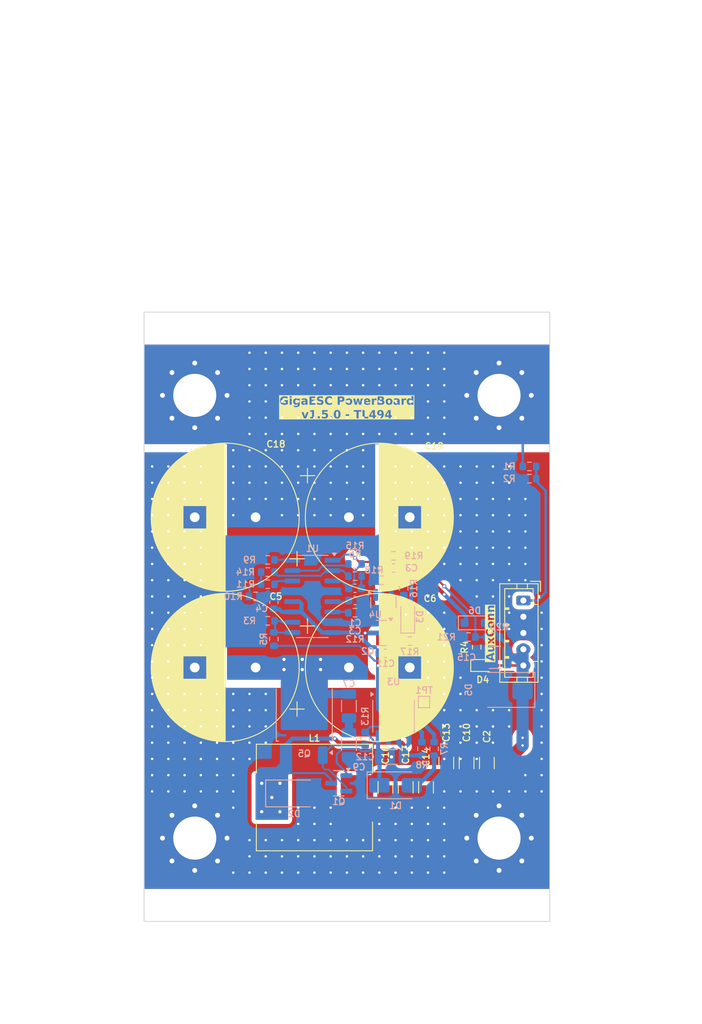
<source format=kicad_pcb>
(kicad_pcb (version 20240108) (generator "pcbnew") (generator_version "8.0")
  (layers (0 "F.Cu" signal) (31 "B.Cu" signal) (34 "B.Paste" user) (35 "F.Paste" user) (36 "B.SilkS" user "B.Silkscreen") (37 "F.SilkS" user "F.Silkscreen") (38 "B.Mask" user) (39 "F.Mask" user) (44 "Edge.Cuts" user))
  (net 0 "")
  (net 1 "+BATT")
  (net 2 "-BATT")
  (net 3 "+12V")
  (net 4 "Net-(C7-Pad2)")
  (net 5 "IN_V")
  (net 6 "Net-(U1-E1)")
  (net 7 "Net-(U1-1IN-)")
  (net 8 "Net-(U3-IN)")
  (net 9 "Net-(U1-CT)")
  (net 10 "BOOTSTRAP")
  (net 11 "Net-(D1-K)")
  (net 12 "Net-(D1-A)")
  (net 13 "Net-(D2-K)")
  (net 14 "Net-(U1-FB)")
  (net 15 "Net-(Q2-G)")
  (net 16 "Net-(Q2-S)")
  (net 17 "Net-(D4-K)")
  (net 18 "Net-(Q1-E)")
  (net 19 "Net-(U1-2IN+)")
  (net 20 "Net-(U1-RT)")
  (net 21 "Net-(Q1-B)")
  (net 22 "Net-(R10-Pad1)")
  (net 23 "Net-(U1-REF)")
  (net 24 "Net-(U1-2IN-)")
  (net 25 "VFB")
  (net 26 "Net-(U3-FAULT)")
  (net 27 "Net-(D3-K)")
  (net 28 "Net-(U4-R)")
  (net 29 "Net-(C1-Pad1)")
  (footprint "MountingHole:MountingHole_5.3mm_M5_Pad_Via" (layer "F.Cu") (at 93.75 139.75)
    (property "Reference" "H3" (hide yes))
    (property "Value" "MountingHole_Pad")
  )
  (footprint "Capacitor_THT:CP_Radial_D18.0mm_P7.50mm" (layer "F.Cu") (at 63.75 118.75 180)
    (property "Reference" "C5")
    (property "Value" "330u 200V")
  )
  (footprint "Connector_JST:JST_PH_B5B-PH-K_1x05_P2.00mm_Vertical" (layer "F.Cu") (at 96.75 110.5 -90)
    (property "Reference" "J1" (hide yes))
    (property "Value" "AuxConn")
  )
  (footprint "Capacitor_THT:CP_Radial_D18.0mm_P7.50mm" (layer "F.Cu") (at 75.25 118.75)
    (property "Reference" "C6")
    (property "Value" "330u 200V")
  )
  (footprint "Inductor_SMD:L_Chilisin_BMRG00131360" (layer "F.Cu") (at 71 134.75)
    (property "Reference" "L1")
    (property "Value" "100uH")
  )
  (footprint "MountingHole:MountingHole_5.3mm_M5_Pad_Via" (layer "F.Cu") (at 56.25 85.25)
    (property "Reference" "H2" (hide yes))
    (property "Value" "MountingHole_Pad")
  )
  (footprint "Capacitor_SMD:C_1206_3216Metric" (layer "F.Cu") (at 84.75 133.5 -90)
    (property "Reference" "C14")
    (property "Value" "22u")
  )
  (footprint "Resistor_SMD:R_0603_1608Metric" (layer "F.Cu") (at 91 116.25 -90)
    (property "Reference" "R4")
    (property "Value" "82k")
  )
  (footprint "Capacitor_SMD:C_1206_3216Metric" (layer "F.Cu") (at 89.75 130.5 90)
    (property "Reference" "C10")
    (property "Value" "22u")
  )
  (footprint "Capacitor_SMD:C_1206_3216Metric" (layer "F.Cu") (at 92.25 130.5 90)
    (property "Reference" "C2")
    (property "Value" "22u")
  )
  (footprint "MountingHole:MountingHole_5.3mm_M5_Pad_Via" (layer "F.Cu") (at 93.75 85.25)
    (property "Reference" "H4" (hide yes))
    (property "Value" "MountingHole_Pad")
  )
  (footprint "Diode_SMD:D_0603_1608Metric" (layer "F.Cu") (at 91.75 118.5)
    (property "Reference" "D4")
    (property "Value" "RUN")
  )
  (footprint "Capacitor_SMD:C_1206_3216Metric" (layer "F.Cu") (at 82.25 133.5 -90)
    (property "Reference" "C17")
    (property "Value" "22u")
  )
  (footprint "Capacitor_SMD:C_1206_3216Metric" (layer "F.Cu") (at 79.75 133.5 -90)
    (property "Reference" "C16")
    (property "Value" "22u")
  )
  (footprint "Capacitor_THT:CP_Radial_D18.0mm_P7.50mm" (layer "F.Cu") (at 75.25 100.25)
    (property "Reference" "C19")
    (property "Value" "330u 200V")
  )
  (footprint "Capacitor_THT:CP_Radial_D18.0mm_P7.50mm" (layer "F.Cu") (at 63.75 100.25 180)
    (property "Reference" "C18")
    (property "Value" "330u 200V")
  )
  (footprint "Capacitor_SMD:C_1206_3216Metric" (layer "F.Cu") (at 87.25 130.5 90)
    (property "Reference" "C13")
    (property "Value" "22u")
  )
  (footprint "MountingHole:MountingHole_5.3mm_M5_Pad_Via" (layer "F.Cu") (at 56.25 139.75)
    (property "Reference" "H1" (hide yes))
    (property "Value" "MountingHole_Pad")
  )
  (footprint "Package_TO_SOT_SMD:SOT-23" (layer "B.Cu") (at 79.5 110.75 -90)
    (property "Reference" "U4")
    (property "Value" "TL431")
  )
  (footprint "Resistor_SMD:R_0603_1608Metric" (layer "B.Cu") (at 65.25 107 180)
    (property "Reference" "R14")
    (property "Value" "200k")
  )
  (footprint "Resistor_SMD:R_0603_1608Metric" (layer "B.Cu") (at 79.25 108)
    (property "Reference" "R18")
    (property "Value" "10k")
  )
  (footprint "Resistor_SMD:R_0603_1608Metric" (layer "B.Cu") (at 84.25 128.75 90)
    (property "Reference" "R8")
    (property "Value" "1k")
  )
  (footprint "Resistor_SMD:R_0603_1608Metric" (layer "B.Cu") (at 65.25 105.5)
    (property "Reference" "R9")
    (property "Value" "100")
  )
  (footprint "Resistor_SMD:R_0603_1608Metric" (layer "B.Cu") (at 93 115)
    (property "Reference" "R20")
    (property "Value" "10k")
  )
  (footprint "Capacitor_SMD:C_1206_3216Metric" (layer "B.Cu") (at 75.25 128.25 -90)
    (property "Reference" "C9")
    (property "Value" "2.2u 100V")
  )
  (footprint "TestPoint:TestPoint_Pad_1.0x1.0mm" (layer "B.Cu") (at 84.5 123 180)
    (property "Reference" "TP1")
    (property "Value" "TestPoint" (hide yes))
  )
  (footprint "Resistor_SMD:R_0603_1608Metric" (layer "B.Cu") (at 82.75 115.5 180)
    (property "Reference" "R17")
    (property "Value" "100")
  )
  (footprint "Resistor_SMD:R_0603_1608Metric" (layer "B.Cu") (at 76 106 180)
    (property "Reference" "R15")
    (property "Value" "10k")
  )
  (footprint "Capacitor_SMD:C_1206_3216Metric" (layer "B.Cu") (at 75.25 123.5 -90)
    (property "Reference" "C7")
    (property "Value" "2.2u 100V")
  )
  (footprint "Package_SO:SO-8_3.9x4.9mm_P1.27mm" (layer "B.Cu") (at 80.75 124.75 -90)
    (property "Reference" "U3")
    (property "Value" "IRS21271")
  )
  (footprint "Resistor_SMD:R_0603_1608Metric" (layer "B.Cu") (at 63.75 110)
    (property "Reference" "R10")
    (property "Value" "5.1k")
  )
  (footprint "Resistor_SMD:R_0603_1608Metric" (layer "B.Cu") (at 76 107.5)
    (property "Reference" "R6")
    (property "Value" "2k")
  )
  (footprint "Diode_SMD:D_SOD-323_HandSoldering" (layer "B.Cu") (at 82.5 112.5 90)
    (property "Reference" "D3")
    (property "Value" "BZT52C5V1S")
  )
  (footprint "Resistor_SMD:R_0603_1608Metric" (layer "B.Cu") (at 65.25 108.5 180)
    (property "Reference" "R11")
    (property "Value" "5.1k")
  )
  (footprint "Diode_SMD:D_SOD-323_HandSoldering" (layer "B.Cu") (at 90.75 113.25)
    (property "Reference" "D6")
    (property "Value" "1N5819WS")
  )
  (footprint "Resistor_SMD:R_0603_1608Metric" (layer "B.Cu") (at 77.25 127.5 -90)
    (property "Reference" "R13")
    (property "Value" "22")
  )
  (footprint "Capacitor_SMD:C_0603_1608Metric" (layer "B.Cu") (at 76 110.5)
    (property "Reference" "C3")
    (property "Value" "1n")
  )
  (footprint "Resistor_SMD:R_0603_1608Metric" (layer "B.Cu") (at 97.5 94)
    (property "Reference" "R1")
    (property "Value" "150k")
  )
  (footprint "Resistor_SMD:R_0603_1608Metric" (layer "B.Cu") (at 97.5 95.5 180)
    (property "Reference" "R2")
    (property "Value" "2.7k")
  )
  (footprint "Resistor_SMD:R_0603_1608Metric" (layer "B.Cu") (at 76 112)
    (property "Reference" "R12")
    (property "Value" "5.1k")
  )
  (footprint "Capacitor_SMD:C_1210_3225Metric" (layer "B.Cu") (at 93.25 117.5 180)
    (property "Reference" "C15")
    (property "Value" "47u 16V")
  )
  (footprint "Resistor_SMD:R_0603_1608Metric" (layer "B.Cu") (at 66 115.25 90)
    (property "Reference" "R5")
    (property "Value" "100")
  )
  (footprint "Diode_SMD:D_SMA" (layer "B.Cu") (at 81 133.25)
    (property "Reference" "D1")
    (property "Value" "SS520F")
  )
  (footprint "Package_TO_SOT_SMD:SOT-23" (layer "B.Cu") (at 74 133 180)
    (property "Reference" "Q1")
    (property "Value" "S9012 2T1")
  )
  (footprint "Resistor_SMD:R_0603_1608Metric" (layer "B.Cu") (at 90 115)
    (property "Reference" "R21")
    (property "Value" "2.7k")
  )
  (footprint "Resistor_SMD:R_0603_1608Metric" (layer "B.Cu") (at 82 109 90)
    (property "Reference" "R16")
    (property "Value" "10k")
  )
  (footprint "Capacitor_SMD:C_0603_1608Metric" (layer "B.Cu") (at 66 110.75 90)
    (property "Reference" "C4")
    (property "Value" "100n")
  )
  (footprint "Package_TO_SOT_SMD:SOT-23" (layer "B.Cu") (at 79.25 114.5 180)
    (property "Reference" "Q2")
    (property "Value" "BSS126")
  )
  (footprint "Resistor_SMD:R_0603_1608Metric" (layer "B.Cu") (at 85.75 128.75 -90)
    (property "Reference" "R7")
    (property "Value" "22")
  )
  (footprint "Resistor_SMD:R_0603_1608Metric" (layer "B.Cu") (at 80.75 105)
    (property "Reference" "R19")
    (property "Value" "30k")
  )
  (footprint "Diode_SMD:D_SMB" (layer "B.Cu") (at 94.5 121.5 180)
    (property "Reference" "D5")
    (property "Value" "3SMB5928B")
  )
  (footprint "Package_TO_SOT_SMD:TO-252-2" (layer "B.Cu") (at 69.75 124.5 90)
    (property "Reference" "Q5")
    (property "Value" "IRFR13N20DTRPBF")
  )
  (footprint "Capacitor_SMD:C_1206_3216Metric" (layer "B.Cu") (at 80.5 129.75)
    (property "Reference" "C12")
    (property "Value" "220n")
  )
  (footprint "Package_SO:SOIC-16_3.9x9.9mm_P1.27mm" (layer "B.Cu") (at 70.75 110 180)
    (property "Reference" "U1")
    (property "Value" "TL494")
  )
  (footprint "Diode_SMD:D_SMA" (layer "B.Cu") (at 68.5 134.25)
    (property "Reference" "D2")
    (property "Value" "SS520F")
  )
  (footprint "Resistor_SMD:R_0603_1608Metric" (layer "B.Cu") (at 65.25 113 180)
    (property "Reference" "R3")
    (property "Value" "10k")
  )
  (footprint "Capacitor_SMD:C_0603_1608Metric" (layer "B.Cu") (at 76 109 180)
    (property "Reference" "C1")
    (property "Value" "100n")
  )
  (footprint "Capacitor_SMD:C_0603_1608Metric" (layer "B.Cu") (at 80.75 106.5 180)
    (property "Reference" "C8")
    (property "Value" "1n")
  )
  (footprint "Capacitor_SMD:C_0603_1608Metric" (layer "B.Cu") (at 79.75 117)
    (property "Reference" "C11")
    (property "Value" "1u")
  )
  (gr_rect (start 50 75) (end 100 150) (stroke (width 0.1)) (fill none) (layer "Edge.Cuts"))
  (gr_text "GigaESC PowerBoard\nv1.5.0 - TL494" (at 75 88.25 0) (layer "F.SilkS" knockout) (effects (font (size 1 1) (thickness 0.2) (bold yes)) (justify bottom)))
  (segment (start 91 88.5) (end 92.325 89.825) (width 0.3) (layer "F.Cu") (net 1))
  (via (at 83 80) (size 0.5) (drill 0.3) (layers "F.Cu" "B.Cu") (net 1))
  (via (at 77 84) (size 0.5) (drill 0.3) (layers "F.Cu" "B.Cu") (net 1))
  (via (at 67 100) (size 0.5) (drill 0.3) (layers "F.Cu" "B.Cu") (net 1))
  (via (at 85 88) (size 0.5) (drill 0.3) (layers "F.Cu" "B.Cu") (net 1))
  (via (at 73 84) (size 0.5) (drill 0.3) (layers "F.Cu" "B.Cu") (net 1))
  (via (at 69 94) (size 0.5) (drill 0.3) (layers "F.Cu" "B.Cu") (net 1))
  (via (at 69 98) (size 0.5) (drill 0.3) (layers "F.Cu" "B.Cu") (net 1))
  (via (at 67.25 119) (size 0.8) (drill 0.4) (layers "F.Cu" "B.Cu") (net 1))
  (via (at 73 92) (size 0.5) (drill 0.3) (layers "F.Cu" "B.Cu") (net 1))
  (via (at 67 90) (size 0.5) (drill 0.3) (layers "F.Cu" "B.Cu") (net 1))
  (via (at 65 88) (size 0.5) (drill 0.3) (layers "F.Cu" "B.Cu") (net 1))
  (via (at 73 94) (size 0.5) (drill 0.3) (layers "F.Cu" "B.Cu") (net 1))
  (via (at 87 86) (size 0.5) (drill 0.3) (layers "F.Cu" "B.Cu") (net 1))
  (via (at 69 82) (size 0.5) (drill 0.3) (layers "F.Cu" "B.Cu") (net 1))
  (via (at 71 84) (size 0.5) (drill 0.3) (layers "F.Cu" "B.Cu") (net 1))
  (via (at 73 98) (size 0.5) (drill 0.3) (layers "F.Cu" "B.Cu") (net 1))
  (via (at 81 84) (size 0.5) (drill 0.3) (layers "F.Cu" "B.Cu") (net 1))
  (via (at 85 84) (size 0.5) (drill 0.3) (layers "F.Cu" "B.Cu") (net 1))
  (via (at 83 88) (size 0.5) (drill 0.3) (layers "F.Cu" "B.Cu") (net 1))
  (via (at 77 92) (size 0.5) (drill 0.3) (layers "F.Cu" "B.Cu") (net 1))
  (via (at 67 94) (size 0.5) (drill 0.3) (layers "F.Cu" "B.Cu") (net 1))
  (via (at 69 86) (size 0.5) (drill 0.3) (layers "F.Cu" "B.Cu") (net 1))
  (via (at 73 100) (size 0.5) (drill 0.3) (layers "F.Cu" "B.Cu") (net 1))
  (via (at 79 86) (size 0.5) (drill 0.3) (layers "F.Cu" "B.Cu") (net 1))
  (via (at 75 94) (size 0.5) (drill 0.3) (layers "F.Cu" "B.Cu") (net 1))
  (via (at 67 92) (size 0.5) (drill 0.3) (layers "F.Cu" "B.Cu") (net 1))
  (via (at 77 88) (size 0.5) (drill 0.3) (layers "F.Cu" "B.Cu") (net 1))
  (via (at 77 82) (size 0.5) (drill 0.3) (layers "F.Cu" "B.Cu") (net 1))
  (via (at 75 80) (size 0.5) (drill 0.3) (layers "F.Cu" "B.Cu") (net 1))
  (via (at 71 92) (size 0.5) (drill 0.3) (layers "F.Cu" "B.Cu") (net 1))
  (via (at 65 90) (size 0.5) (drill 0.3) (layers "F.Cu" "B.Cu") (net 1))
  (via (at 81 86) (size 0.5) (drill 0.3) (layers "F.Cu" "B.Cu") (net 1))
  (via (at 69 84) (size 0.5) (drill 0.3) (layers "F.Cu" "B.Cu") (net 1))
  (via (at 85 86) (size 0.5) (drill 0.3) (layers "F.Cu" "B.Cu") (net 1))
  (via (at 71.75 117.75) (size 0.8) (drill 0.4) (layers "F.Cu" "B.Cu") (net 1))
  (via (at 73 82) (size 0.5) (drill 0.3) (layers "F.Cu" "B.Cu") (net 1))
  (via (at 67.25 117.75) (size 0.8) (drill 0.4) (layers "F.Cu" "B.Cu") (net 1))
  (via (at 67 96) (size 0.5) (drill 0.3) (layers "F.Cu" "B.Cu") (net 1))
  (via (at 79 88) (size 0.5) (drill 0.3) (layers "F.Cu" "B.Cu") (net 1))
  (via (at 77 90) (size 0.5) (drill 0.3) (layers "F.Cu" "B.Cu") (net 1))
  (via (at 71 94) (size 0.5) (drill 0.3) (layers "F.Cu" "B.Cu") (net 1))
  (via (at 61 100) (size 0.5) (drill 0.3) (layers "F.Cu" "B.Cu") (net 1))
  (via (at 67 86) (size 0.5) (drill 0.3) (layers "F.Cu" "B.Cu") (net 1))
  (via (at 69 80) (size 0.5) (drill 0.3) (layers "F.Cu" "B.Cu") (net 1))
  (via (at 73 86) (size 0.5) (drill 0.3) (layers "F.Cu" "B.Cu") (net 1))
  (via (at 87 82) (size 0.5) (drill 0.3) (layers "F.Cu" "B.Cu") (net 1))
  (via (at 71 96) (size 0.5) (drill 0.3) (layers "F.Cu" "B.Cu") (net 1))
  (via (at 65 80) (size 0.5) (drill 0.3) (layers "F.Cu" "B.Cu") (net 1))
  (via (at 61 96) (size 0.5) (drill 0.3) (layers "F.Cu" "B.Cu") (net 1))
  (via (at 83 86) (size 0.5) (drill 0.3) (layers "F.Cu" "B.Cu") (net 1))
  (via (at 61 94) (size 0.5) (drill 0.3) (layers "F.Cu" "B.Cu") (net 1))
  (via (at 67 80) (size 0.5) (drill 0.3) (layers "F.Cu" "B.Cu") (net 1))
  (via (at 79 82) (size 0.5) (drill 0.3) (layers "F.Cu" "B.Cu") (net 1))
  (via (at 77 100) (size 0.5) (drill 0.3) (layers "F.Cu" "B.Cu") (net 1))
  (via (at 73 96) (size 0.5) (drill 0.3) (layers "F.Cu" "B.Cu") (net 1))
  (via (at 71 86) (size 0.5) (drill 0.3) (layers "F.Cu" "B.Cu") (net 1))
  (via (at 65 92) (size 0.5) (drill 0.3) (layers "F.Cu" "B.Cu") (net 1))
  (via (at 69 90) (size 0.5) (drill 0.3) (layers "F.Cu" "B.Cu") (net 1))
  (via (at 69 92) (size 0.5) (drill 0.3) (layers "F.Cu" "B.Cu") (net 1))
  (via (at 73 90) (size 0.5) (drill 0.3) (layers "F.Cu" "B.Cu") (net 1))
  (via (at 87 88) (size 0.5) (drill 0.3) (layers "F.Cu" "B.Cu") (net 1))
  (via (at 69.5 117.75) (size 0.8) (drill 0.4) (layers "F.Cu" "B.Cu") (net 1))
  (via (at 83 84) (size 0.5) (drill 0.3) (layers "F.Cu" "B.Cu") (net 1))
  (via (at 65 96) (size 0.5) (drill 0.3) (layers "F.Cu" "B.Cu") (net 1))
  (via (at 85 82) (size 0.5) (drill 0.3) (layers "F.Cu" "B.Cu") (net 1))
  (via (at 63 92) (size 0.5) (drill 0.3) (layers "F.Cu" "B.Cu") (net 1))
  (via (at 83 90) (size 0.5) (drill 0.3) (layers "F.Cu" "B.Cu") (net 1))
  (via (at 83 82) (size 0.5) (drill 0.3) (layers "F.Cu" "B.Cu") (net 1))
  (via (at 61 98) (size 0.5) (drill 0.3) (layers "F.Cu" "B.Cu") (net 1))
  (via (at 65 86) (size 0.5) (drill 0.3) (layers "F.Cu" "B.Cu") (net 1))
  (via (at 81 80) (size 0.5) (drill 0.3) (layers "F.Cu" "B.Cu") (net 1))
  (via (at 73 80) (size 0.5) (drill 0.3) (layers "F.Cu" "B.Cu") (net 1))
  (via (at 75 82) (size 0.5) (drill 0.3) (layers "F.Cu" "B.Cu") (net 1))
  (via (at 67 82) (size 0.5) (drill 0.3) (layers "F.Cu" "B.Cu") (net 1))
  (via (at 77 96) (size 0.5) (drill 0.3) (layers "F.Cu" "B.Cu") (net 1))
  (via (at 69 88) (size 0.5) (drill 0.3) (layers "F.Cu" "B.Cu") (net 1))
  (via (at 75 86) (size 0.5) (drill 0.3) (layers "F.Cu" "B.Cu") (net 1))
  (via (at 63 94) (size 0.5) (drill 0.3) (layers "F.Cu" "B.Cu") (net 1))
  (via (at 69.5 119) (size 0.8) (drill 0.4) (layers "F.Cu" "B.Cu") (net 1))
  (via (at 87 80) (size 0.5) (drill 0.3) (layers "F.Cu" "B.Cu") (net 1))
  (via (at 61 92) (size 0.5) (drill 0.3) (layers "F.Cu" "B.Cu") (net 1))
  (via (at 79 84) (size 0.5) (drill 0.3) (layers "F.Cu" "B.Cu") (net 1))
  (via (at 75 96) (size 0.5) (drill 0.3) (layers "F.Cu" "B.Cu") (net 1))
  (via (at 65 82) (size 0.5) (drill 0.3) (layers "F.Cu" "B.Cu") (net 1))
  (via (at 71 88) (size 0.5) (drill 0.3) (layers "F.Cu" "B.Cu") (net 1))
  (via (at 85 90) (size 0.5) (drill 0.3) (layers "F.Cu" "B.Cu") (net 1))
  (via (at 87 84) (size 0.5) (drill 0.3) (layers "F.Cu" "B.Cu") (net 1))
  (via (at 77 80) (size 0.5) (drill 0.3) (layers "F.Cu" "B.Cu") (net 1))
  (via (at 67 88) (size 0.5) (drill 0.3) (layers "F.Cu" "B.Cu") (net 1))
  (via (at 79 80) (size 0.5) (drill 0.3) (layers "F.Cu" "B.Cu") (net 1))
  (via (at 71 100) (size 0.5) (drill 0.3) (layers "F.Cu" "B.Cu") (net 1))
  (via (at 75 92) (size 0.5) (drill 0.3) (layers "F.Cu" "B.Cu") (net 1))
  (via (at 63 96) (size 0.5) (drill 0.3) (layers "F.Cu" "B.Cu") (net 1))
  (via (at 77 98) (size 0.5) (drill 0.3) (layers "F.Cu" "B.Cu") (net 1))
  (via (at 63 80) (size 0.5) (drill 0.3) (layers "F.Cu" "B.Cu") (net 1))
  (via (at 75 98) (size 0.5) (drill 0.3) (layers "F.Cu" "B.Cu") (net 1))
  (via (at 71.75 119) (size 0.8) (drill 0.4) (layers "F.Cu" "B.Cu") (net 1))
  (via (at 65 94) (size 0.5) (drill 0.3) (layers "F.Cu" "B.Cu") (net 1))
  (via (at 67 98) (size 0.5) (drill 0.3) (layers "F.Cu" "B.Cu") (net 1))
  (via (at 63 86) (size 0.5) (drill 0.3) (layers "F.Cu" "B.Cu") (net 1))
  (via (at 67 84) (size 0.5) (drill 0.3) (layers "F.Cu" "B.Cu") (net 1))
  (via (at 71 90) (size 0.5) (drill 0.3) (layers "F.Cu" "B.Cu") (net 1))
  (via (at 63 82) (size 0.5) (drill 0.3) (layers "F.Cu" "B.Cu") (net 1))
  (via (at 75 90) (size 0.5) (drill 0.3) (layers "F.Cu" "B.Cu") (net 1))
  (via (at 71 98) (size 0.5) (drill 0.3) (layers "F.Cu" "B.Cu") (net 1))
  (via (at 77.25 114.5) (size 0.5) (drill 0.3) (layers "F.Cu" "B.Cu") (net 1))
  (via (at 85 80) (size 0.5) (drill 0.3) (layers "F.Cu" "B.Cu") (net 1))
  (via (at 65 98) (size 0.5) (drill 0.3) (layers "F.Cu" "B.Cu") (net 1))
  (via (at 71 80) (size 0.5) (drill 0.3) (layers "F.Cu" "B.Cu") (net 1))
  (via (at 63 98) (size 0.5) (drill 0.3) (layers "F.Cu" "B.Cu") (net 1))
  (via (at 79 90) (size 0.5) (drill 0.3) (layers "F.Cu" "B.Cu") (net 1))
  (via (at 81 88) (size 0.5) (drill 0.3) (layers "F.Cu" "B.Cu") (net 1))
  (via (at 77 94) (size 0.5) (drill 0.3) (layers "F.Cu" "B.Cu") (net 1))
  (via (at 69 96) (size 0.5) (drill 0.3) (layers "F.Cu" "B.Cu") (net 1))
  (via (at 75 88) (size 0.5) (drill 0.3) (layers "F.Cu" "B.Cu") (net 1))
  (via (at 81 82) (size 0.5) (drill 0.3) (layers "F.Cu" "B.Cu") (net 1))
  (via (at 71 82) (size 0.5) (drill 0.3) (layers "F.Cu" "B.Cu") (net 1))
  (via (at 87 90) (size 0.5) (drill 0.3) (layers "F.Cu" "B.Cu") (net 1))
  (via (at 77 86) (size 0.5) (drill 0.3) (layers "F.Cu" "B.Cu") (net 1))
  (via (at 73 88) (size 0.5) (drill 0.3) (layers "F.Cu" "B.Cu") (net 1))
  (via (at 65 84) (size 0.5) (drill 0.3) (layers "F.Cu" "B.Cu") (net 1))
  (via (at 81 90) (size 0.5) (drill 0.3) (layers "F.Cu" "B.Cu") (net 1))
  (via (at 63 90) (size 0.5) (drill 0.3) (layers "F.Cu" "B.Cu") (net 1))
  (via (at 69 100) (size 0.5) (drill 0.3) (layers "F.Cu" "B.Cu") (net 1))
  (via (at 75 84) (size 0.5) (drill 0.3) (layers "F.Cu" "B.Cu") (net 1))
  (via (at 63 84) (size 0.5) (drill 0.3) (layers "F.Cu" "B.Cu") (net 1))
  (via (at 63 88) (size 0.5) (drill 0.3) (layers "F.Cu" "B.Cu") (net 1))
  (segment (start 96.675 94) (end 96.675 88.175) (width 0.3) (layer "B.Cu") (net 1))
  (segment (start 75.25 122.025) (end 71.825 122.025) (width 1) (layer "B.Cu") (net 1))
  (segment (start 96.675 88.175) (end 93.75 85.25) (width 0.3) (layer "B.Cu") (net 1))
  (segment (start 71.825 122.025) (end 71.275 121.475) (width 1) (layer "B.Cu") (net 1))
  (segment (start 77.25 114.5) (end 78.250001 114.5) (width 0.25) (layer "B.Cu") (net 1))
  (via (at 69 140) (size 0.5) (drill 0.3) (layers "F.Cu" "B.Cu") (net 2))
  (via (at 89 94) (size 0.5) (drill 0.3) (layers "F.Cu" "B.Cu") (net 2))
  (via (at 95 98) (size 0.5) (drill 0.3) (layers "F.Cu" "B.Cu") (net 2))
  (via (at 89 96) (size 0.5) (drill 0.3) (layers "F.Cu" "B.Cu") (net 2))
  (via (at 67 144) (size 0.5) (drill 0.3) (layers "F.Cu" "B.Cu") (net 2))
  (via (at 81 136) (size 0.5) (drill 0.3) (layers "F.Cu" "B.Cu") (net 2))
  (via (at 83 140) (size 0.5) (drill 0.3) (layers "F.Cu" "B.Cu") (net 2))
  (via (at 73 144) (size 0.5) (drill 0.3) (layers "F.Cu" "B.Cu") (net 2))
  (via (at 79 136) (size 0.5) (drill 0.3) (layers "F.Cu" "B.Cu") (net 2))
  (via (at 97 100) (size 0.5) (drill 0.3) (layers "F.Cu" "B.Cu") (net 2))
  (via (at 93 108) (size 0.5) (drill 0.3) (layers "F.Cu" "B.Cu") (net 2))
  (via (at 53 128) (size 0.5) (drill 0.3) (layers "F.Cu" "B.Cu") (net 2))
  (via (at 99 128) (size 0.5) (drill 0.3) (layers "F.Cu" "B.Cu") (net 2))
  (via (at 73 138) (size 0.5) (drill 0.3) (layers "F.Cu" "B.Cu") (net 2))
  (via (at 83 136) (size 0.5) (drill 0.3) (layers "F.Cu" "B.Cu") (net 2))
  (via (at 55 112) (size 0.5) (drill 0.3) (layers "F.Cu" "B.Cu") (net 2))
  (via (at 53 98) (size 0.5) (drill 0.3) (layers "F.Cu" "B.Cu") (net 2))
  (via (at 93 98) (size 0.5) (drill 0.3) (layers "F.Cu" "B.Cu") (net 2))
  (via (at 99 112) (size 0.5) (drill 0.3) (layers "F.Cu" "B.Cu") (net 2))
  (via (at 59 130) (size 0.5) (drill 0.3) (layers "F.Cu" "B.Cu") (net 2))
  (via (at 51 106) (size 0.5) (drill 0.3) (layers "F.Cu" "B.Cu") (net 2))
  (via (at 89 130) (size 0.5) (drill 0.3) (layers "F.Cu" "B.Cu") (net 2))
  (via (at 97 134) (size 0.5) (drill 0.3) (layers "F.Cu" "B.Cu") (net 2))
  (via (at 57 110) (size 0.5) (drill 0.3) (layers "F.Cu" "B.Cu") (net 2))
  (via (at 85 138) (size 0.5) (drill 0.3) (layers "F.Cu" "B.Cu") (net 2))
  (via (at 81 100) (size 0.5) (drill 0.3) (layers "F.Cu" "B.Cu") (net 2))
  (via (at 65 142) (size 0.5) (drill 0.3) (layers "F.Cu" "B.Cu") (net 2))
  (via (at 79 144) (size 0.5) (drill 0.3) (layers "F.Cu" "B.Cu") (net 2))
  (via (at 53 102) (size 0.5) (drill 0.3) (layers "F.Cu" "B.Cu") (net 2))
  (via (at 81 102) (size 0.5) (drill 0.3) (layers "F.Cu" "B.Cu") (net 2))
  (via (at 91 102) (size 0.5) (drill 0.3) (layers "F.Cu" "B.Cu") (net 2))
  (via (at 59 134) (size 0.5) (drill 0.3) (layers "F.Cu" "B.Cu") (net 2))
  (via (at 51 118) (size 0.5) (drill 0.3) (layers "F.Cu" "B.Cu") (net 2))
  (via (at 71 138) (size 0.5) (drill 0.3) (layers "F.Cu" "B.Cu") (net 2))
  (via (at 53 114) (size 0.5) (drill 0.3) (layers "F.Cu" "B.Cu") (net 2))
  (via (at 91 134) (size 0.5) (drill 0.3) (layers "F.Cu" "B.Cu") (net 2))
  (via (at 89 104) (size 0.5) (drill 0.3) (layers "F.Cu" "B.Cu") (net 2))
  (via (at 89 120) (size 0.5) (drill 0.3) (layers "F.Cu" "B.Cu") (net 2))
  (via (at 83 94) (size 0.5) (drill 0.3) (layers "F.Cu" "B.Cu") (net 2))
  (via (at 53 104) (size 0.5) (drill 0.3) (layers "F.Cu" "B.Cu") (net 2))
  (via (at 51 128) (size 0.5) (drill 0.3) (layers "F.Cu" "B.Cu") (net 2))
  (via (at 93 110) (size 0.5) (drill 0.3) (layers "F.Cu" "B.Cu") (net 2))
  (via (at 83 138) (size 0.5) (drill 0.3) (layers "F.Cu" "B.Cu") (net 2))
  (via (at 69 138) (size 0.5) (drill 0.3) (layers "F.Cu" "B.Cu") (net 2))
  (via (at 51 100) (size 0.5) (drill 0.3) (layers "F.Cu" "B.Cu") (net 2))
  (via (at 61 130) (size 0.5) (drill 0.3) (layers "F.Cu" "B.Cu") (net 2))
  (via (at 97 106) (size 0.5) (drill 0.3) (layers "F.Cu" "B.Cu") (net 2))
  (via (at 53 94) (size 0.5) (drill 0.3) (layers "F.Cu" "B.Cu") (net 2))
  (via (at 55 98) (size 0.5) (drill 0.3) (layers "F.Cu" "B.Cu") (net 2))
  (via (at 53 108) (size 0.5) (drill 0.3) (layers "F.Cu" "B.Cu") (net 2))
  (via (at 87 120) (size 0.5) (drill 0.3) (layers "F.Cu" "B.Cu") (net 2))
  (via (at 85 142) (size 0.5) (drill 0.3) (layers "F.Cu" "B.Cu") (net 2))
  (via (at 57 124) (size 0.5) (drill 0.3) (layers "F.Cu" "B.Cu") (net 2))
  (via (at 53 120) (size 0.5) (drill 0.3) (layers "F.Cu" "B.Cu") (net 2))
  (via (at 57 122) (size 0.5) (drill 0.3) (layers "F.Cu" "B.Cu") (net 2))
  (via (at 51 132) (size 0.5) (drill 0.3) (layers "F.Cu" "B.Cu") (net 2))
  (via (at 51 134) (size 0.5) (drill 0.3) (layers "F.Cu" "B.Cu") (net 2))
  (via (at 53 96) (size 0.5) (drill 0.3) (layers "F.Cu" "B.Cu") (net 2))
  (via (at 55 102) (size 0.5) (drill 0.3) (layers "F.Cu" "B.Cu") (net 2))
  (via (at 91 96) (size 0.5) (drill 0.3) (layers "F.Cu" "B.Cu") (net 2))
  (via (at 53 130) (size 0.5) (drill 0.3) (layers "F.Cu" "B.Cu") (net 2))
  (via (at 51 112) (size 0.5) (drill 0.3) (layers "F.Cu" "B.Cu") (net 2))
  (via (at 85 120) (size 0.5) (drill 0.3) (layers "F.Cu" "B.Cu") (net 2))
  (via (at 87 102) (size 0.5) (drill 0.3) (layers "F.Cu" "B.Cu") (net 2))
  (via (at 55 116) (size 0.5) (drill 0.3) (layers "F.Cu" "B.Cu") (net 2))
  (via (at 57 104) (size 0.5) (drill 0.3) (layers "F.Cu" "B.Cu") (net 2))
  (via (at 87 112) (size 0.5) (drill 0.3) (layers "F.Cu" "B.Cu") (net 2))
  (via (at 97 108) (size 0.5) (drill 0.3) (layers "F.Cu" "B.Cu") (net 2))
  (via (at 63 144) (size 0.5) (drill 0.3) (layers "F.Cu" "B.Cu") (net 2))
  (via (at 89 98) (size 0.5) (drill 0.3) (layers "F.Cu" "B.Cu") (net 2))
  (via (at 80.5 129.75) (size 0.8) (drill 0.4) (layers "F.Cu" "B.Cu") (net 2))
  (via (at 85 136) (size 0.5) (drill 0.3) (layers "F.Cu" "B.Cu") (net 2))
  (via (at 87 142) (size 0.5) (drill 0.3) (layers "F.Cu" "B.Cu") (net 2))
  (via (at 95 96) (size 0.5) (drill 0.3) (layers "F.Cu" "B.Cu") (net 2))
  (via (at 55 96) (size 0.5) (drill 0.3) (layers "F.Cu" "B.Cu") (net 2))
  (via (at 83 104) (size 0.5) (drill 0.3) (layers "F.Cu" "B.Cu") (net 2))
  (via (at 85 94) (size 0.5) (drill 0.3) (layers "F.Cu" "B.Cu") (net 2))
  (via (at 91 98) (size 0.5) (drill 0.3) (layers "F.Cu" "B.Cu") (net 2))
  (via (at 59 124) (size 0.5) (drill 0.3) (layers "F.Cu" "B.Cu") (net 2))
  (via (at 87 104) (size 0.5) (drill 0.3) (layers "F.Cu" "B.Cu") (net 2))
  (via (at 57 114) (size 0.5) (drill 0.3) (layers "F.Cu" "B.Cu") (net 2))
  (via (at 59 122) (size 0.5) (drill 0.3) (layers "F.Cu" "B.Cu") (net 2))
  (via (at 93 112) (size 0.5) (drill 0.3) (layers "F.Cu" "B.Cu") (net 2))
  (via (at 99 122) (size 0.5) (drill 0.3) (layers "F.Cu" "B.Cu") (net 2))
  (via (at 55 134) (size 0.5) (drill 0.3) (layers "F.Cu" "B.Cu") (net 2))
  (via (at 73 140) (size 0.5) (drill 0.3) (layers "F.Cu" "B.Cu") (net 2))
  (via (at 53 106) (size 0.5) (drill 0.3) (layers "F.Cu" "B.Cu") (net 2))
  (via (at 83 98) (size 0.5) (drill 0.3) (layers "F.Cu" "B.Cu") (net 2))
  (via (at 95 114) (size 0.5) (drill 0.3) (layers "F.Cu" "B.Cu") (net 2))
  (via (at 55 108) (size 0.5) (drill 0.3) (layers "F.Cu" "B.Cu") (net 2))
  (via (at 73 142) (size 0.5) (drill 0.3) (layers "F.Cu" "B.Cu") (net 2))
  (via (at 63 142) (size 0.5) (drill 0.3) (layers "F.Cu" "B.Cu") (net 2))
  (via (at 57 112) (size 0.5) (drill 0.3) (layers "F.Cu" "B.Cu") (net 2))
  (via (at 57 106) (size 0.5) (drill 0.3) (layers "F.Cu" "B.Cu") (net 2))
  (via (at 53 132) (size 0.5) (drill 0.3) (layers "F.Cu" "B.Cu") (net 2))
  (via (at 99 132) (size 0.5) (drill 0.3) (layers "F.Cu" "B.Cu") (net 2))
  (via (at 69 144) (size 0.5) (drill 0.3) (layers "F.Cu" "B.Cu") (net 2))
  (via (at 95 110) (size 0.5) (drill 0.3) (layers "F.Cu" "B.Cu") (net 2))
  (via (at 79 142) (size 0.5) (drill 0.3) (layers "F.Cu" "B.Cu") (net 2))
  (via (at 63 130) (size 0.5) (drill 0.3) (layers "F.Cu" "B.Cu") (net 2))
  (via (at 95 94) (size 0.5) (drill 0.3) (layers "F.Cu" "B.Cu") (net 2))
  (via (at 55 132) (size 0.5) (drill 0.3) (layers "F.Cu" "B.Cu") (net 2))
  (via (at 51 130) (size 0.5) (drill 0.3) (layers "F.Cu" "B.Cu") (net 2))
  (via (at 61 126) (size 0.5) (drill 0.3) (layers "F.Cu" "B.Cu") (net 2))
  (via (at 99 130) (size 0.5) (drill 0.3) (layers "F.Cu" "B.Cu") (net 2))
  (via (at 87 138) (size 0.5) (drill 0.3) (layers "F.Cu" "B.Cu") (net 2))
  (via (at 77 144) (size 0.5) (drill 0.3) (layers "F.Cu" "B.Cu") (net 2))
  (via (at 59 132) (size 0.5) (drill 0.3) (layers "F.Cu" "B.Cu") (net 2))
  (via (at 81 98) (size 0.5) (drill 0.3) (layers "F.Cu" "B.Cu") (net 2))
  (via (at 79 138) (size 0.5) (drill 0.3) (layers "F.Cu" "B.Cu") (net 2))
  (via (at 55 110) (size 0.5) (drill 0.3) (layers "F.Cu" "B.Cu") (net 2))
  (via (at 57 130) (size 0.5) (drill 0.3) (layers "F.Cu" "B.Cu") (net 2))
  (via (at 55 128) (size 0.5) (drill 0.3) (layers "F.Cu" "B.Cu") (net 2))
  (via (at 99 126) (size 0.5) (drill 0.3) (layers "F.Cu" "B.Cu") (net 2))
  (via (at 97 104) (size 0.5) (drill 0.3) (layers "F.Cu" "B.Cu") (net 2))
  (via (at 53 126) (size 0.5) (drill 0.3) (layers "F.Cu" "B.Cu") (net 2))
  (via (at 79 140) (size 0.5) (drill 0.3) (layers "F.Cu" "B.Cu") (net 2))
  (via (at 55 104) (size 0.5) (drill 0.3) (layers "F.Cu" "B.Cu") (net 2))
  (via (at 59 128) (size 0.5) (drill 0.3) (layers "F.Cu" "B.Cu") (net 2))
  (via (at 75 140) (size 0.5) (drill 0.3) (layers "F.Cu" "B.Cu") (net 2))
  (via (at 83 144) (size 0.5) (drill 0.3) (layers "F.Cu" "B.Cu") (net 2))
  (via (at 55 124) (size 0.5) (drill 0.3) (layers "F.Cu" "B.Cu") (net 2))
  (via (at 75 142) (size 0.5) (drill 0.3) (layers "F.Cu" "B.Cu") (net 2))
  (via (at 93 124) (size 0.5) (drill 0.3) (layers "F.Cu" "B.Cu") (net 2))
  (via (at 85 116) (size 0.5) (drill 0.3) (layers "F.Cu" "B.Cu") (net 2))
  (via (at 99 116) (size 0.5) (drill 0.3) (layers "F.Cu" "B.Cu") (net 2))
  (via (at 97 98) (size 0.5) (drill 0.3) (layers "F.Cu" "B.Cu") (net 2))
  (via (at 51 126) (size 0.5) (drill 0.3) (layers "F.Cu" "B.Cu") (net 2))
  (via (at 63 126) (size 0.5) (drill 0.3) (layers "F.Cu" "B.Cu") (net 2))
  (via (at 93 128) (size 0.5) (drill 0.3) (layers "F.Cu" "B.Cu") (net 2))
  (via (at 57 126) (size 0.5) (drill 0.3) (layers "F.Cu" "B.Cu") (net 2))
  (via (at 99 134) (size 0.5) (drill 0.3) (layers "F.Cu" "B.Cu") (net 2))
  (via (at 95 102) (size 0.5) (drill 0.3) (layers "F.Cu" "B.Cu") (net 2))
  (via (at 61 134) (size 0.5) (drill 0.3) (layers "F.Cu" "B.Cu") (net 2))
  (via (at 51 94) (size 0.5) (drill 0.3) (layers "F.Cu" "B.Cu") (net 2))
  (via (at 91 94) (size 0.5) (drill 0.3) (layers "F.Cu" "B.Cu") (net 2))
  (via (at 69 136) (size 0.5) (drill 0.3) (layers "F.Cu" "B.Cu") (net 2))
  (via (at 91 126) (size 0.5) (drill 0.3) (layers "F.Cu" "B.Cu") (net 2))
  (via (at 77 142) (size 0.5) (drill 0.3) (layers "F.Cu" "B.Cu") (net 2))
  (via (at 57 96) (size 0.5) (drill 0.3) (layers "F.Cu" "B.Cu") (net 2))
  (via (at 91 100) (size 0.5) (drill 0.3) (layers "F.Cu" "B.Cu") (net 2))
  (via (at 57 108) (size 0.5) (drill 0.3) (layers "F.Cu" "B.Cu") (net 2))
  (via (at 99 124) (size 0.5) (drill 0.3) (layers "F.Cu" "B.Cu") (net 2))
  (via (at 63 128) (size 0.5) (drill 0.3) (layers "F.Cu" "B.Cu") (net 2))
  (via (at 89 122) (size 0.5) (drill 0.3) (layers "F.Cu" "B.Cu") (net 2))
  (via (at 91 130) (size 0.5) (drill 0.3) (layers "F.Cu" "B.Cu") (net 2))
  (via (at 99 120) (size 0.5) (drill 0.3) (layers "F.Cu" "B.Cu") (net 2))
  (via (at 51 108) (size 0.5) (drill 0.3) (layers "F.Cu" "B.Cu") (net 2))
  (via (at 51 124) (size 0.5) (drill 0.3) (layers "F.Cu" "B.Cu") (net 2))
  (via (at 71 142) (size 0.5) (drill 0.3) (layers "F.Cu" "B.Cu") (net 2))
  (via (at 95 100) (size 0.5) (drill 0.3) (layers "F.Cu" "B.Cu") (net 2))
  (via (at 61 128) (size 0.5) (drill 0.3) (layers "F.Cu" "B.Cu") (net 2))
  (via (at 53 122) (size 0.5) (drill 0.3) (layers "F.Cu" "B.Cu") (net 2))
  (via (at 85 102) (size 0.5) (drill 0.3) (layers "F.Cu" "B.Cu") (net 2))
  (via (at 87 136) (size 0.5) (drill 0.3) (layers "F.Cu" "B.Cu") (net 2))
  (via (at 91 108) (size 0.5) (drill 0.3) (layers "F.Cu" "B.Cu") (net 2))
  (via (at 87 96) (size 0.5) (drill 0.3) (layers "F.Cu" "B.Cu") (net 2))
  (via (at 87 118) (size 0.5) (drill 0.3) (layers "F.Cu" "B.Cu") (net 2))
  (via (at 65 140) (size 0.5) (drill 0.3) (layers "F.Cu" "B.Cu") (net 2))
  (via (at 81 96) (size 0.5) (drill 0.3) (layers "F.Cu" "B.Cu") (net 2))
  (via (at 81 142) (size 0.5) (drill 0.3) (layers "F.Cu" "B.Cu") (net 2))
  (via (at 85 110) (size 0.5) (drill 0.3) (layers "F.Cu" "B.Cu") (net 2))
  (via (at 91 110) (size 0.5) (drill 0.3) (layers "F.Cu" "B.Cu") (net 2))
  (via (at 61 144) (size 0.5) (drill 0.3) (layers "F.Cu" "B.Cu") (net 2))
  (via (at 85 98) (size 0.5) (drill 0.3) (layers "F.Cu" "B.Cu") (net 2))
  (via (at 53 100) (size 0.5) (drill 0.3) (layers "F.Cu" "B.Cu") (net 2))
  (via (at 87 130) (size 0.5) (drill 0.3) (layers "F.Cu" "B.Cu") (net 2))
  (via (at 87 126) (size 0.5) (drill 0.3) (layers "F.Cu" "B.Cu") (net 2))
  (via (at 95 112) (size 0.5) (drill 0.3) (layers "F.Cu" "B.Cu") (net 2))
  (via (at 85 118) (size 0.5) (drill 0.3) (layers "F.Cu" "B.Cu") (net 2))
  (via (at 73 136) (size 0.5) (drill 0.3) (layers "F.Cu" "B.Cu") (net 2))
  (via (at 91 104) (size 0.5) (drill 0.3) (layers "F.Cu" "B.Cu") (net 2))
  (via (at 61 122) (size 0.5) (drill 0.3) (layers "F.Cu" "B.Cu") (net 2))
  (via (at 89 100) (size 0.5) (drill 0.3) (layers "F.Cu" "B.Cu") (net 2))
  (via (at 85 104) (size 0.5) (drill 0.3) (layers "F.Cu" "B.Cu") (net 2))
  (via (at 99 114) (size 0.5) (drill 0.3) (layers "F.Cu" "B.Cu") (net 2))
  (via (at 57 132) (size 0.5) (drill 0.3) (layers "F.Cu" "B.Cu") (net 2))
  (via (at 65 124) (size 0.5) (drill 0.3) (layers "F.Cu" "B.Cu") (net 2))
  (via (at 51 102) (size 0.5) (drill 0.3) (layers "F.Cu" "B.Cu") (net 2))
  (via (at 61 132) (size 0.5) (drill 0.3) (layers "F.Cu" "B.Cu") (net 2))
  (via (at 83 96) (size 0.5) (drill 0.3) (layers "F.Cu" "B.Cu") (net 2))
  (via (at 55 114) (size 0.5) (drill 0.3) (layers "F.Cu" "B.Cu") (net 2))
  (via (at 51 116) (size 0.5) (drill 0.3) (layers "F.Cu" "B.Cu") (net 2))
  (via (at 51 120) (size 0.5) (drill 0.3) (layers "F.Cu" "B.Cu") (net 2))
  (via (at 89 128) (size 0.5) (drill 0.3) (layers "F.Cu" "B.Cu") (net 2))
  (via (at 57 116) (size 0.5) (drill 0.3) (layers "F.Cu" "B.Cu") (net 2))
  (via (at 53 124) (size 0.5) (drill 0.3) (layers "F.Cu" "B.Cu") (net 2))
  (via (at 89 108) (size 0.5) (drill 0.3) (layers "F.Cu" "B.Cu") (net 2))
  (via (at 85 114) (size 0.5) (drill 0.3) (layers "F.Cu" "B.Cu") (net 2))
  (via (at 57 98) (size 0.5) (drill 0.3) (layers "F.Cu" "B.Cu") (net 2))
  (via (at 65 128) (size 0.5) (drill 0.3) (layers "F.Cu" "B.Cu") (net 2))
  (via (at 53 110) (size 0.5) (drill 0.3) (layers "F.Cu" "B.Cu") (net 2))
  (via (at 53 118) (size 0.5) (drill 0.3) (layers "F.Cu" "B.Cu") (net 2))
  (via (at 93 100) (size 0.5) (drill 0.3) (layers "F.Cu" "B.Cu") (net 2))
  (via (at 53 112) (size 0.5) (drill 0.3) (layers "F.Cu" "B.Cu") (net 2))
  (via (at 91 128) (size 0.5) (drill 0.3) (layers "F.Cu" "B.Cu") (net 2))
  (via (at 65 126) (size 0.5) (drill 0.3) (layers "F.Cu" "B.Cu") (net 2))
  (via (at 81 94) (size 0.5) (drill 0.3) (layers "F.Cu" "B.Cu") (net 2))
  (via (at 91 106) (size 0.5) (drill 0.3) (layers "F.Cu" "B.Cu") (net 2))
  (via (at 51 122) (size 0.5) (drill 0.3) (layers "F.Cu" "B.Cu") (net 2))
  (via (at 89 126) (size 0.5) (drill 0.3) (layers "F.Cu" "B.Cu") (net 2))
  (via (at 81 144) (size 0.5) (drill 0.3) (layers "F.Cu" "B.Cu") (net 2))
  (via (at 87 144) (size 0.5) (drill 0.3) (layers "F.Cu" "B.Cu") (net 2))
  (via (at 89 134) (size 0.5) (drill 0.3) (layers "F.Cu" "B.Cu") (net 2))
  (via (at 93 94) (size 0.5) (drill 0.3) (layers "F.Cu" "B.Cu") (net 2))
  (via (at 85 112) (size 0.5) (drill 0.3) (layers "F.Cu" "B.Cu") (net 2))
  (via (at 61 136) (size 0.5) (drill 0.3) (layers "F.Cu" "B.Cu") (net 2))
  (via (at 55 94) (size 0.5) (drill 0.3) (layers "F.Cu" "B.Cu") (net 2))
  (via (at 85 144) (size 0.5) (drill 0.3) (layers "F.Cu" "B.Cu") (net 2))
  (via (at 55 126) (size 0.5) (drill 0.3) (layers "F.Cu" "B.Cu") (net 2))
  (via (at 81 140) (size 0.5) (drill 0.3) (layers "F.Cu" "B.Cu") (net 2))
  (via (at 63 122) (size 0.5) (drill 0.3) (layers "F.Cu" "B.Cu") (net 2))
  (via (at 87 106) (size 0.5) (drill 0.3) (layers "F.Cu" "B.Cu") (net 2))
  (via (at 87 124) (size 0.5) (drill 0.3) (layers "F.Cu" "B.Cu") (net 2))
  (via (at 87 140) (size 0.5) (drill 0.3) (layers "F.Cu" "B.Cu") (net 2))
  (via (at 87 100) (size 0.5) (drill 0.3) (layers "F.Cu" "B.Cu") (net 2))
  (via (at 93 126) (size 0.5) (drill 0.3) (layers "F.Cu" "B.Cu") (net 2))
  (via (at 95 134) (size 0.5) (drill 0.3) (layers "F.Cu" "B.Cu") (net 2))
  (via (at 63 140) (size 0.5) (drill 0.3) (layers "F.Cu" "B.Cu") (net 2))
  (via (at 87 114) (size 0.5) (drill 0.3) (layers "F.Cu" "B.Cu") (net 2))
  (via (at 95 104) (size 0.5) (drill 0.3) (layers "F.Cu" "B.Cu") (net 2))
  (via (at 85 100) (size 0.5) (drill 0.3) (layers "F.Cu" "B.Cu") (net 2))
  (via (at 57 94) (size 0.5) (drill 0.3) (layers "F.Cu" "B.Cu") (net 2))
  (via (at 81 138) (size 0.5) (drill 0.3) (layers "F.Cu" "B.Cu") (net 2))
  (via (at 87 98) (size 0.5) (drill 0.3) (layers "F.Cu" "B.Cu") (net 2))
  (via (at 89 106) (size 0.5) (drill 0.3) (layers "F.Cu" "B.Cu") (net 2))
  (via (at 57 128) (size 0.5) (drill 0.3) (layers "F.Cu" "B.Cu") (net 2))
  (via (at 63 124) (size 0.5) (drill 0.3) (layers "F.Cu" "B.Cu") (net 2))
  (via (at 69 142) (size 0.5) (drill 0.3) (layers "F.Cu" "B.Cu") (net 2))
  (via (at 55 122) (size 0.5) (drill 0.3) (layers "F.Cu" "B.Cu") (net 2))
  (via (at 89 102) (size 0.5) (drill 0.3) (layers "F.Cu" "B.Cu") (net 2))
  (via (at 51 114) (size 0.5) (drill 0.3) (layers "F.Cu" "B.Cu") (net 2))
  (via (at 87 116) (size 0.5) (drill 0.3) (layers "F.Cu" "B.Cu") (net 2))
  (via (at 65 144) (size 0.5) (drill 0.3) (layers "F.Cu" "B.Cu") (net 2))
  (via (at 53 134) (size 0.5) (drill 0.3) (layers "F.Cu" "B.Cu") (net 2))
  (via (at 93 96) (size 0.5) (drill 0.3) (layers "F.Cu" "B.Cu") (net 2))
  (via (at 89 124) (size 0.5) (drill 0.3) (layers "F.Cu" "B.Cu") (net 2))
  (via (at 83 102) (size 0.5) (drill 0.3) (layers "F.Cu" "B.Cu") (net 2))
  (via (at 55 130) (size 0.5) (drill 0.3) (layers "F.Cu" "B.Cu") (net 2))
  (via (at 87 122) (size 0.5) (drill 0.3) (layers "F.Cu" "B.Cu") (net 2))
  (via (at 93 106) (size 0.5) (drill 0.3) (layers "F.Cu" "B.Cu") (net 2))
  (via (at 59 126) (size 0.5) (drill 0.3) (layers "F.Cu" "B.Cu") (net 2))
  (via (at 83 142) (size 0.5) (drill 0.3) (layers "F.Cu" "B.Cu") (net 2))
  (via (at 85 140) (size 0.5) (drill 0.3) (layers "F.Cu" "B.Cu") (net 2))
  (via (at 57 134) (size 0.5) (drill 0.3) (layers "F.Cu" "B.Cu") (net 2))
  (via (at 75 144) (size 0.5) (drill 0.3) (layers "F.Cu" "B.Cu") (net 2))
  (via (at 95 124) (size 0.5) (drill 0.3) (layers "F.Cu" "B.Cu") (net 2))
  (via (at 95 126) (size 0.5) (drill 0.3) (layers "F.Cu" "B.Cu") (net 2))
  (via (at 93 134) (size 0.5) (drill 0.3) (layers "F.Cu" "B.Cu") (net 2))
  (via (at 97 102) (size 0.5) (drill 0.3) (layers "F.Cu" "B.Cu") (net 2))
  (via (at 97 132) (size 0.5) (drill 0.3) (layers "F.Cu" "B.Cu") (net 2))
  (via (at 93 104) (size 0.5) (drill 0.3) (layers "F.Cu" "B.Cu") (net 2))
  (via (at 61 124) (size 0.5) (drill 0.3) (layers "F.Cu" "B.Cu") (net 2))
  (via (at 67 140) (size 0.5) (drill 0.3) (layers "F.Cu" "B.Cu") (net 2))
  (via (at 71 144) (size 0.5) (drill 0.3) (layers "F.Cu" "B.Cu") (net 2))
  (via (at 85 96) (size 0.5) (drill 0.3) (layers "F.Cu" "B.Cu") (net 2))
  (via (at 95 106) (size 0.5) (drill 0.3) (layers "F.Cu" "B.Cu") (net 2))
  (via (at 51 96) (size 0.5) (drill 0.3) (layers "F.Cu" "B.Cu") (net 2))
  (via (at 87 134) (size 0.5) (drill 0.3) (layers "F.Cu" "B.Cu") (net 2))
  (via (at 91 124) (size 0.5) (drill 0.3) (layers "F.Cu" "B.Cu") (net 2))
  (via (at 99 118) (size 0.5) (drill 0.3) (layers "F.Cu" "B.Cu") (net 2))
  (via (at 71 140) (size 0.5) (drill 0.3) (layers "F.Cu" "B.Cu") (net 2))
  (via (at 51 104) (size 0.5) (drill 0.3) (layers "F.Cu" "B.Cu") (net 2))
  (via (at 57 102) (size 0.5) (drill 0.3) (layers "F.Cu" "B.Cu") (net 2))
  (via (at 67 142) (size 0.5) (drill 0.3) (layers "F.Cu" "B.Cu") (net 2))
  (via (at 65 122) (size 0.5) (drill 0.3) (layers "F.Cu" "B.Cu") (net 2))
  (via (at 87 128) (size 0.5) (drill 0.3) (layers "F.Cu" "B.Cu") (net 2))
  (via (at 71 136) (size 0.5) (drill 0.3) (layers "F.Cu" "B.Cu") (net 2))
  (via (at 55 106) (size 0.5) (drill 0.3) (layers "F.Cu" "B.Cu") (net 2))
  (via (at 95 108) (size 0.5) (drill 0.3) (layers "F.Cu" "B.Cu") (net 2))
  (via (at 51 98) (size 0.5) (drill 0.3) (layers "F.Cu" "B.Cu") (net 2))
  (via (at 87 94) (size 0.5) (drill 0.3) (layers "F.Cu" "B.Cu") (net 2))
  (via (at 93 102) (size 0.5) (drill 0.3) (layers "F.Cu" "B.Cu") (net 2))
  (via (at 53 116) (size 0.5) (drill 0.3) (layers "F.Cu" "B.Cu") (net 2))
  (via (at 51 110) (size 0.5) (drill 0.3) (layers "F.Cu" "B.Cu") (net 2))
  (via (at 77 140) (size 0.5) (drill 0.3) (layers "F.Cu" "B.Cu") (net 2))
  (segment (start 64.65 112.85) (end 64.5 113) (width 0.5) (layer "B.Cu") (net 2))
  (segment (start 64.65 110) (end 64.65 112.85) (width 0.5) (layer "B.Cu") (net 2))
  (segment (start 79 132) (end 76.25 134.75) (width 1.5) (layer "F.Cu") (net 3))
  (segment (start 96.65 127.4) (end 96.65 128.35) (width 1.5) (layer "F.Cu") (net 3))
  (segment (start 93 132) (end 79 132) (width 1.5) (layer "F.Cu") (net 3))
  (segment (start 92.5375 118.5) (end 96.75 118.5) (width 0.3) (layer "F.Cu") (net 3))
  (segment (start 96.65 128.35) (end 93 132) (width 1.5) (layer "F.Cu") (net 3))
  (via (at 96.65 127.4) (size 0.5) (drill 0.3) (layers "F.Cu" "B.Cu") (net 3))
  (via (at 96.65 128.35) (size 0.5) (drill 0.3) (layers "F.Cu" "B.Cu") (net 3))
  (segment (start 94.725 115.9) (end 93.825 115) (width 0.5) (layer "B.Cu") (net 3))
  (segment (start 94.725 117.5) (end 95.75 117.5) (width 1) (layer "B.Cu") (net 3))
  (segment (start 96.65 127.4) (end 96.65 121.5) (width 1.5) (layer "B.Cu") (net 3))
  (segment (start 95.75 117.5) (end 96.75 118.5) (width 1) (layer "B.Cu") (net 3))
  (segment (start 96.65 121.5) (end 96.65 116.6) (width 1.5) (layer "B.Cu") (net 3))
  (segment (start 96.65 128.35) (end 96.65 127.4) (width 1.5) (layer "B.Cu") (net 3))
  (segment (start 94.725 117.5) (end 94.725 115.9) (width 0.5) (layer "B.Cu") (net 3))
  (segment (start 96.65 116.6) (end 96.75 116.5) (width 1.5) (layer "B.Cu") (net 3))
  (segment (start 93.825 115) (end 92.075 113.25) (width 0.5) (layer "B.Cu") (net 3))
  (segment (start 75.25 126.775) (end 75.25 124.975) (width 1) (layer "B.Cu") (net 4))
  (segment (start 98.325 94) (end 98.325 95.5) (width 0.3) (layer "B.Cu") (net 5))
  (segment (start 98.325 95.825) (end 99.5 97) (width 0.3) (layer "B.Cu") (net 5))
  (segment (start 98.325 95.5) (end 98.325 95.825) (width 0.3) (layer "B.Cu") (net 5))
  (segment (start 98.5 110.5) (end 96.75 110.5) (width 0.3) (layer "B.Cu") (net 5))
  (segment (start 99.5 97) (end 99.5 109.5) (width 0.3) (layer "B.Cu") (net 5))
  (segment (start 99.5 109.5) (end 98.5 110.5) (width 0.3) (layer "B.Cu") (net 5))
  (segment (start 66.825 113) (end 66.15 113) (width 0.25) (layer "B.Cu") (net 6))
  (segment (start 68.1125 114.445) (end 66.095 114.445) (width 0.25) (layer "B.Cu") (net 6))
  (segment (start 68.1125 113.175) (end 67 113.175) (width 0.25) (layer "B.Cu") (net 6))
  (segment (start 66.095 114.445) (end 66.075 114.425) (width 0.25) (layer "B.Cu") (net 6))
  (segment (start 66.15 113) (end 66.15 114.35) (width 0.25) (layer "B.Cu") (net 6))
  (segment (start 66.15 114.35) (end 66.075 114.425) (width 0.25) (layer "B.Cu") (net 6))
  (segment (start 67 113.175) (end 66.825 113) (width 0.25) (layer "B.Cu") (net 6))
  (segment (start 72.425 106.825) (end 73.325 106.825) (width 0.25) (layer "B.Cu") (net 7))
  (segment (start 71.8 107.45) (end 72.425 106.825) (width 0.25) (layer "B.Cu") (net 7))
  (segment (start 75.175 107.5) (end 74.5 106.825) (width 0.25) (layer "B.Cu") (net 7))
  (segment (start 74.5 106.825) (end 73.325 106.825) (width 0.25) (layer "B.Cu") (net 7))
  (segment (start 66.075 107) (end 66.525 107.45) (width 0.25) (layer "B.Cu") (net 7))
  (segment (start 66.525 107.45) (end 71.8 107.45) (width 0.25) (layer "B.Cu") (net 7))
  (segment (start 76.575 116.075) (end 78.425 117.925) (width 0.25) (layer "B.Cu") (net 8))
  (segment (start 80.115 118.715) (end 80.115 122.175) (width 0.25) (layer "B.Cu") (net 8))
  (segment (start 78.425 117.925) (end 79.325 117.925) (width 0.25) (layer "B.Cu") (net 8))
  (segment (start 79.325 117.925) (end 80.115 118.715) (width 0.25) (layer "B.Cu") (net 8))
  (segment (start 66 116.075) (end 76.575 116.075) (width 0.25) (layer "B.Cu") (net 8))
  (segment (start 73.2125 110.635) (end 75.09 110.635) (width 0.25) (layer "B.Cu") (net 9))
  (segment (start 75.09 110.635) (end 75.225 110.5) (width 0.25) (layer "B.Cu") (net 9))
  (segment (start 78.845 114.64495) (end 79.820375 113.669575) (width 0.5) (layer "F.Cu") (net 10))
  (segment (start 78.845 116.25) (end 78.845 118.5) (width 0.5) (layer "F.Cu") (net 10))
  (segment (start 78.845 116.25) (end 78.845 114.64495) (width 0.5) (layer "F.Cu") (net 10))
  (segment (start 79.820375 113.669575) (end 80.830425 113.669575) (width 0.5) (layer "F.Cu") (net 10))
  (segment (start 80.830425 113.669575) (end 82.25 112.25) (width 0.5) (layer "F.Cu") (net 10))
  (segment (start 83.5745 106.3245) (end 87 109.75) (width 0.5) (layer "F.Cu") (net 10))
  (segment (start 82.75 106.3245) (end 83.5745 106.3245) (width 0.5) (layer "F.Cu") (net 10))
  (via (at 82.75 106.3245) (size 0.5) (drill 0.3) (layers "F.Cu" "B.Cu") (net 10))
  (via (at 78.845 116.25) (size 0.5) (drill 0.3) (layers "F.Cu" "B.Cu") (net 10))
  (via (at 82.25 112.25) (size 0.5) (drill 0.3) (layers "F.Cu" "B.Cu") (net 10))
  (via (at 87 109.75) (size 0.5) (drill 0.3) (layers "F.Cu" "B.Cu") (net 10))
  (via (at 78.845 118.5) (size 0.5) (drill 0.3) (layers "F.Cu" "B.Cu") (net 10))
  (segment (start 82.925 110.575) (end 82.925 106.4995) (width 0.5) (layer "B.Cu") (net 10))
  (segment (start 82.25 111.25) (end 82.925 110.575) (width 0.5) (layer "B.Cu") (net 10))
  (segment (start 89.7 112.45) (end 89.7 113.25) (width 0.5) (layer "B.Cu") (net 10))
  (segment (start 66.65 111.575) (end 66.075 111.575) (width 0.5) (layer "B.Cu") (net 10))
  (segment (start 71.945 114.445) (end 69.405 111.905) (width 0.5) (layer "B.Cu") (net 10))
  (segment (start 76.135 114.445) (end 71.945 114.445) (width 0.5) (layer "B.Cu") (net 10))
  (segment (start 78.845 116.25) (end 78.845 116.87) (width 0.5) (layer "B.Cu") (net 10))
  (segment (start 82.75 105.7125) (end 82.75 106.3245) (width 0.5) (layer "B.Cu") (net 10))
  (segment (start 78.845 118.5) (end 78.845 122.175) (width 0.5) (layer "B.Cu") (net 10))
  (segment (start 85.75 127) (end 83.75 125) (width 0.5) (layer "B.Cu") (net 10))
  (segment (start 80 125) (end 78.845 123.845) (width 0.5) (layer "B.Cu") (net 10))
  (segment (start 77.94 116.25) (end 76.135 114.445) (width 0.5) (layer "B.Cu") (net 10))
  (segment (start 81.575 105) (end 82.0375 105) (width 0.5) (layer "B.Cu") (net 10))
  (segment (start 82.925 106.4995) (end 82.75 106.3245) (width 0.5) (layer "B.Cu") (net 10))
  (segment (start 78.845 116.25) (end 77.94 116.25) (width 0.5) (layer "B.Cu") (net 10))
  (segment (start 69.135 110.635) (end 69.405 110.905) (width 0.5) (layer "B.Cu") (net 10))
  (segment (start 69.405 110.905) (end 69.405 111.905) (width 0.5) (layer "B.Cu") (net 10))
  (segment (start 66.98 111.905) (end 66.65 111.575) (width 0.5) (layer "B.Cu") (net 10))
  (segment (start 78.845 116.87) (end 78.975 117) (width 0.5) (layer "B.Cu") (net 10))
  (segment (start 82.25 112.25) (end 82.5 112) (width 0.5) (layer "B.Cu") (net 10))
  (segment (start 83.75 125) (end 80 125) (width 0.5) (layer "B.Cu") (net 10))
  (segment (start 68.175 110.635) (end 69.135 110.635) (width 0.5) (layer "B.Cu") (net 10))
  (segment (start 66.98 111.905) (end 69.405 111.905) (width 0.5) (layer "B.Cu") (net 10))
  (segment (start 82.0375 105) (end 82.75 105.7125) (width 0.5) (layer "B.Cu") (net 10))
  (segment (start 85.75 127.925) (end 85.75 127) (width 0.5) (layer "B.Cu") (net 10))
  (segment (start 68.1125 111.905) (end 66.98 111.905) (width 0.5) (layer "B.Cu") (net 10))
  (segment (start 82.5 112) (end 82.5 111.25) (width 0.5) (layer "B.Cu") (net 10))
  (segment (start 78.845 123.845) (end 78.845 122.175) (width 0.5) (layer "B.Cu") (net 10))
  (segment (start 87 109.75) (end 89.7 112.45) (width 0.5) (layer "B.Cu") (net 10))
  (segment (start 78.845 127.325) (end 78.845 129.57) (width 0.5) (layer "B.Cu") (net 11))
  (segment (start 79.025 133.075) (end 78.85 133.25) (width 0.5) (layer "B.Cu") (net 11))
  (segment (start 78.845 129.57) (end 79.025 129.75) (width 0.5) (layer "B.Cu") (net 11))
  (segment (start 79.025 129.75) (end 79.025 133.075) (width 0.5) (layer "B.Cu") (net 11))
  (segment (start 83.15 133.25) (end 83.75 133.25) (width 0.5) (layer "B.Cu") (net 12))
  (segment (start 85.75 131.25) (end 85.75 129.575) (width 0.5) (layer "B.Cu") (net 12))
  (segment (start 83.75 133.25) (end 85.75 131.25) (width 0.5) (layer "B.Cu") (net 12))
  (segment (start 73.5 127.5) (end 74 128) (width 0.5) (layer "F.Cu") (net 13))
  (segment (start 74 128) (end 81.75 128) (width 0.5) (layer "F.Cu") (net 13))
  (segment (start 81.75 128) (end 82.25 128.5) (width 0.5) (layer "F.Cu") (net 13))
  (via (at 82.25 128.5) (size 0.5) (drill 0.3) (layers "F.Cu" "B.Cu") (net 13))
  (via (at 66.75 133) (size 0.8) (drill 0.4) (layers "F.Cu" "B.Cu") (net 13))
  (via (at 73.5 127.5) (size 0.5) (drill 0.3) (layers "F.Cu" "B.Cu") (net 13))
  (via (at 66.75 136.5) (size 0.8) (drill 0.4) (layers "F.Cu" "B.Cu") (net 13))
  (via (at 65.75 134.75) (size 0.8) (drill 0.4) (layers "F.Cu" "B.Cu") (net 13))
  (via (at 64.5 133) (size 0.8) (drill 0.4) (layers "F.Cu" "B.Cu") (net 13))
  (via (at 64.5 136.5) (size 0.8) (drill 0.4) (layers "F.Cu" "B.Cu") (net 13))
  (segment (start 82.25 128.5) (end 81.975 128.775) (width 0.5) (layer "B.Cu") (net 13))
  (segment (start 82.15 129.575) (end 81.975 129.75) (width 0.5) (layer "B.Cu") (net 13))
  (segment (start 84.25 129.575) (end 82.15 129.575) (width 0.5) (layer "B.Cu") (net 13))
  (segment (start 68.25 127.5) (end 67.47 128.28) (width 0.5) (layer "B.Cu") (net 13))
  (segment (start 72.25 131.75) (end 67.75 131.75) (width 0.25) (layer "B.Cu") (net 13))
  (segment (start 81.975 128.775) (end 81.975 129.75) (width 0.5) (layer "B.Cu") (net 13))
  (segment (start 82.655 128.095) (end 82.25 128.5) (width 0.5) (layer "B.Cu") (net 13))
  (segment (start 81.385 127.325) (end 81.385 128.135) (width 0.5) (layer "B.Cu") (net 13))
  (segment (start 73.062499 133) (end 73.062499 132.562499) (width 0.25) (layer "B.Cu") (net 13))
  (segment (start 82.655 127.325) (end 82.655 128.095) (width 0.5) (layer "B.Cu") (net 13))
  (segment (start 67.47 128.28) (end 67.47 129.54) (width 0.5) (layer "B.Cu") (net 13))
  (segment (start 81.975 128.725) (end 81.975 129.75) (width 0.5) (layer "B.Cu") (net 13))
  (segment (start 73.062499 132.562499) (end 72.25 131.75) (width 0.25) (layer "B.Cu") (net 13))
  (segment (start 73.5 127.5) (end 68.25 127.5) (width 0.5) (layer "B.Cu") (net 13))
  (segment (start 81.385 128.135) (end 81.975 128.725) (width 0.5) (layer "B.Cu") (net 13))
  (segment (start 75.225 109) (end 75.9 108.325) (width 0.25) (layer "B.Cu") (net 14))
  (segment (start 73.325 108.095) (end 74.32 108.095) (width 0.25) (layer "B.Cu") (net 14))
  (segment (start 75.9 106.925) (end 76.825 106) (width 0.25) (layer "B.Cu") (net 14))
  (segment (start 75.9 108.325) (end 75.9 106.925) (width 0.25) (layer "B.Cu") (net 14))
  (segment (start 74.32 108.095) (end 75.225 109) (width 0.25) (layer "B.Cu") (net 14))
  (segment (start 81.4125 108.175) (end 82 108.175) (width 0.25) (layer "B.Cu") (net 15))
  (segment (start 81.55 106.5) (end 81.55 107.05) (width 0.25) (layer "B.Cu") (net 15))
  (segment (start 82 107.5) (end 82 108.175) (width 0.25) (layer "B.Cu") (net 15))
  (segment (start 80.45 109.6125) (end 80.45 113.225001) (width 0.25) (layer "B.Cu") (net 15))
  (segment (start 81.55 107.05) (end 82 107.5) (width 0.25) (layer "B.Cu") (net 15))
  (segment (start 80.45 113.225001) (end 80.125001 113.55) (width 0.25) (layer "B.Cu") (net 15))
  (segment (start 80.45 109.6125) (end 80.45 109.1375) (width 0.25) (layer "B.Cu") (net 15))
  (segment (start 80.45 109.1375) (end 81.4125 108.175) (width 0.25) (layer "B.Cu") (net 15))
  (segment (start 81.925 115.5) (end 80.175001 115.5) (width 0.25) (layer "B.Cu") (net 16))
  (segment (start 80.175001 115.5) (end 80.125001 115.45) (width 0.25) (layer "B.Cu") (net 16))
  (segment (start 90.9625 118.5) (end 90.9625 117.1125) (width 0.25) (layer "F.Cu") (net 17))
  (segment (start 90.9625 117.1125) (end 91 117.075) (width 0.25) (layer "F.Cu") (net 17))
  (segment (start 74.9375 133.496949) (end 72.765551 131.325) (width 0.2) (layer "B.Cu") (net 18))
  (segment (start 72.765551 131.325) (end 72.325 131.325) (width 0.2) (layer "B.Cu") (net 18))
  (segment (start 73.155 128.325) (end 77.25 128.325) (width 0.25) (layer "B.Cu") (net 18))
  (segment (start 72.03 129.45) (end 73.155 128.325) (width 0.25) (layer "B.Cu") (net 18))
  (segment (start 72.03 131.03) (end 72.03 129.54) (width 0.2) (layer "B.Cu") (net 18))
  (segment (start 74.9375 133.95) (end 74.9375 133.496949) (width 0.2) (layer "B.Cu") (net 18))
  (segment (start 72.325 131.325) (end 72.03 131.03) (width 0.2) (layer "B.Cu") (net 18))
  (segment (start 66.075 105.5) (end 68.12 105.5) (width 0.25) (layer "B.Cu") (net 19))
  (segment (start 68.12 105.5) (end 68.175 105.555) (width 0.25) (layer "B.Cu") (net 19))
  (segment (start 73.2125 111.905) (end 75.08 111.905) (width 0.25) (layer "B.Cu") (net 20))
  (segment (start 75.08 111.905) (end 75.175 112) (width 0.25) (layer "B.Cu") (net 20))
  (segment (start 83.25 125.75) (end 80.815001 125.75) (width 0.5) (layer "B.Cu") (net 21))
  (segment (start 76.476996 128.775) (end 74.4049 128.775) (width 0.25) (layer "B.Cu") (net 21))
  (segment (start 84.25 126.75) (end 83.25 125.75) (width 0.5) (layer "B.Cu") (net 21))
  (segment (start 77.925 126) (end 77.25 126.675) (width 0.25) (layer "B.Cu") (net 21))
  (segment (start 73.75 130.5) (end 74.9375 131.6875) (width 0.25) (layer "B.Cu") (net 21))
  (segment (start 77.25 126.675) (end 78.22 127.645) (width 0.25) (layer "B.Cu") (net 21))
  (segment (start 74.4049 128.775) (end 73.75 129.4299) (width 0.25) (layer "B.Cu") (net 21))
  (segment (start 80.115 127.325) (end 80.115 126.615) (width 0.25) (layer "B.Cu") (net 21))
  (segment (start 80.115 126.450001) (end 80.115 127.325) (width 0.5) (layer "B.Cu") (net 21))
  (segment (start 73.75 129.4299) (end 73.75 130.5) (width 0.25) (layer "B.Cu") (net 21))
  (segment (start 79.5 126) (end 77.925 126) (width 0.25) (layer "B.Cu") (net 21))
  (segment (start 76.751996 129.05) (end 76.476996 128.775) (width 0.25) (layer "B.Cu") (net 21))
  (segment (start 84.25 127.925) (end 84.25 126.75) (width 0.5) (layer "B.Cu") (net 21))
  (segment (start 78.22 128.578004) (end 77.748004 129.05) (width 0.25) (layer "B.Cu") (net 21))
  (segment (start 78.22 127.645) (end 78.22 128.578004) (width 0.25) (layer "B.Cu") (net 21))
  (segment (start 74.9375 131.6875) (end 74.9375 132.05) (width 0.25) (layer "B.Cu") (net 21))
  (segment (start 80.115 126.615) (end 79.5 126) (width 0.25) (layer "B.Cu") (net 21))
  (segment (start 77.748004 129.05) (end 76.751996 129.05) (width 0.25) (layer "B.Cu") (net 21))
  (segment (start 80.815001 125.75) (end 80.115 126.450001) (width 0.5) (layer "B.Cu") (net 21))
  (segment (start 64.5 108.5) (end 63.15 108.5) (width 0.25) (layer "B.Cu") (net 22))
  (segment (start 63.15 108.5) (end 63.075 108.575) (width 0.25) (layer "B.Cu") (net 22))
  (segment (start 63 108.65) (end 63.075 108.575) (width 0.25) (layer "B.Cu") (net 22))
  (segment (start 63 110) (end 63 108.65) (width 0.25) (layer "B.Cu") (net 22))
  (segment (start 64.425 107) (end 64.425 108.5) (width 0.25) (layer "B.Cu") (net 22))
  (segment (start 68.1125 108.095) (end 66.555 108.095) (width 0.25) (layer "B.Cu") (net 23))
  (segment (start 66.555 108.095) (end 66.15 108.5) (width 0.25) (layer "B.Cu") (net 23))
  (segment (start 74.975 106.2) (end 75.175 106) (width 0.25) (layer "B.Cu") (net 24))
  (segment (start 71.425 106.825) (end 72.05 106.2) (width 0.25) (layer "B.Cu") (net 24))
  (segment (start 68.175 106.825) (end 71.425 106.825) (width 0.25) (layer "B.Cu") (net 24))
  (segment (start 72.05 106.2) (end 74.975 106.2) (width 0.25) (layer "B.Cu") (net 24))
  (segment (start 76.5 105.75) (end 84 105.75) (width 0.25) (layer "F.Cu") (net 25))
  (segment (start 76 105.25) (end 76.5 105.75) (width 0.25) (layer "F.Cu") (net 25))
  (segment (start 84 105.75) (end 87 108.75) (width 0.25) (layer "F.Cu") (net 25))
  (via (at 87 108.75) (size 0.5) (drill 0.3) (layers "F.Cu" "B.Cu") (net 25))
  (via (at 76 105.25) (size 0.5) (drill 0.3) (layers "F.Cu" "B.Cu") (net 25))
  (segment (start 74.715 104.85) (end 74.01 105.555) (width 0.25) (layer "B.Cu") (net 25))
  (segment (start 74.01 105.555) (end 73.325 105.555) (width 0.25) (layer "B.Cu") (net 25))
  (segment (start 90.825 112.575) (end 90.825 115) (width 0.25) (layer "B.Cu") (net 25))
  (segment (start 87 108.75) (end 90.825 112.575) (width 0.25) (layer "B.Cu") (net 25))
  (segment (start 76 105.25) (end 75.6 104.85) (width 0.25) (layer "B.Cu") (net 25))
  (segment (start 92.175 115) (end 90.825 115) (width 0.25) (layer "B.Cu") (net 25))
  (segment (start 75.6 104.85) (end 74.715 104.85) (width 0.25) (layer "B.Cu") (net 25))
  (segment (start 81.5 123.5) (end 84 123.5) (width 0.25) (layer "B.Cu") (net 26))
  (segment (start 81.385 123.385) (end 81.5 123.5) (width 0.25) (layer "B.Cu") (net 26))
  (segment (start 81.385 122.175) (end 81.385 123.385) (width 0.25) (layer "B.Cu") (net 26))
  (segment (start 84 123.5) (end 84.5 123) (width 0.25) (layer "B.Cu") (net 26))
  (segment (start 82.5 113.75) (end 81.875 113.75) (width 0.25) (layer "B.Cu") (net 27))
  (segment (start 83.575 115.075) (end 82.25 113.75) (width 0.25) (layer "B.Cu") (net 27))
  (segment (start 81.675 110.825) (end 81.675 110.15) (width 0.25) (layer "B.Cu") (net 27))
  (segment (start 81.875 113.75) (end 81.25 113.125) (width 0.25) (layer "B.Cu") (net 27))
  (segment (start 81.25 111.25) (end 81.675 110.825) (width 0.25) (layer "B.Cu") (net 27))
  (segment (start 81.25 113.125) (end 81.25 111.25) (width 0.25) (layer "B.Cu") (net 27))
  (segment (start 81.675 110.15) (end 82 109.825) (width 0.25) (layer "B.Cu") (net 27))
  (segment (start 83.575 115.5) (end 83.575 115.075) (width 0.25) (layer "B.Cu") (net 27))
  (segment (start 80 107.925) (end 80.075 108) (width 0.25) (layer "B.Cu") (net 28))
  (segment (start 79.5 109) (end 80.075 108.425) (width 0.25) (layer "B.Cu") (net 28))
  (segment (start 80.075 108.425) (end 80.075 108) (width 0.25) (layer "B.Cu") (net 28))
  (segment (start 79.925 105) (end 79.925 106.425) (width 0.25) (layer "B.Cu") (net 28))
  (segment (start 78.55 109.6125) (end 79.275 109.6125) (width 0.25) (layer "B.Cu") (net 28))
  (segment (start 80 106.5) (end 80 107.925) (width 0.25) (layer "B.Cu") (net 28))
  (segment (start 79.275 109.6125) (end 79.5 109.3875) (width 0.25) (layer "B.Cu") (net 28))
  (segment (start 79.5 109.3875) (end 79.5 109) (width 0.25) (layer "B.Cu") (net 28))
  (segment (start 79.925 106.425) (end 80 106.5) (width 0.25) (layer "B.Cu") (net 28))
  (segment (start 76.775 107.55) (end 76.825 107.5) (width 0.25) (layer "B.Cu") (net 29))
  (segment (start 76.775 109) (end 76.775 107.55) (width 0.25) (layer "B.Cu") (net 29))
  (zone (net 2) (net_name "-BATT") (layers "F&B.Cu") (priority 6) (connect_pads yes (clearance 0.5)) (min_thickness 0.25) (fill yes (thermal_gap 0.5) (thermal_bridge_width 0.5))
    (polygon (pts (xy 100 150) (xy 50 150) (xy 50 91.25) (xy 99.97778 91.25)))
  )
  (zone (net 1) (net_name "+BATT") (layers "F&B.Cu") (priority 10) (connect_pads yes (clearance 1)) (min_thickness 0.25) (fill yes (thermal_gap 0.5) (thermal_bridge_width 0.5))
    (polygon (pts (xy 78.47778 91.25) (xy 99.97778 91.25) (xy 99.97778 79) (xy 50 79) (xy 50 91.25) (xy 60.22778 91.25) (xy 60.22778 120.25) (xy 78.47778 120.25)))
  )
  (zone (net 0) (net_name "") (layers "F&B.Cu") (connect_pads (clearance 0)) (min_thickness 0.25)
    (keepout (tracks not_allowed) (vias not_allowed) (pads not_allowed) (copperpour not_allowed) (footprints not_allowed))
    (fill (thermal_gap 0.5) (thermal_bridge_width 0.5))
    (polygon (pts (xy 100 75) (xy 100 79) (xy 50 79) (xy 50 75)))
  )
  (zone (net 0) (net_name "") (layers "F&B.Cu" "User.6") (connect_pads (clearance 0)) (min_thickness 0.25)
    (keepout (tracks not_allowed) (vias not_allowed) (pads not_allowed) (copperpour not_allowed) (footprints not_allowed))
    (fill (thermal_gap 0.5) (thermal_bridge_width 0.5))
    (polygon (pts (xy 50 150) (xy 50 146) (xy 100 146) (xy 100 150)))
  )
  (zone (net 2) (net_name "-BATT") (layer "B.Cu") (priority 100) (connect_pads yes (clearance 0.5)) (min_thickness 0.25) (fill yes (thermal_gap 0.5) (thermal_bridge_width 0.5))
    (polygon (pts (xy 59.25 102.5) (xy 59.25 116.25) (xy 79.5 116.25) (xy 79.5 102.5)))
  )
  (zone (net 13) (net_name "Net-(D2-K)") (layer "B.Cu") (priority 14) (connect_pads yes (clearance 1)) (min_thickness 0.25) (fill yes (thermal_gap 0.5) (thermal_bridge_width 0.5))
    (polygon (pts (xy 63.75 137.5) (xy 67.75 137.5) (xy 67.75 132) (xy 68.25 131.5) (xy 68.25 128.25) (xy 66.75 128.25) (xy 66.75 130.5) (xy 66.25 131) (xy 64.25 131) (xy 63.75 131.5)))
  )
)
</source>
